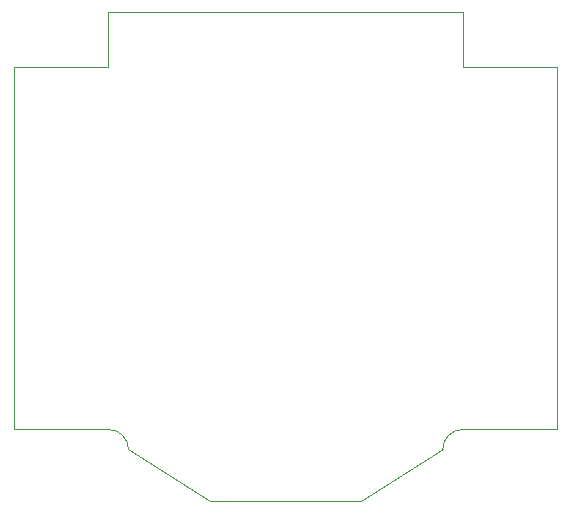
<source format=gbr>
G04 #@! TF.GenerationSoftware,KiCad,Pcbnew,7.0.8-7.0.8~ubuntu22.04.1*
G04 #@! TF.CreationDate,2023-10-27T20:54:45-04:00*
G04 #@! TF.ProjectId,osw,6f73772e-6b69-4636-9164-5f7063625858,4.0*
G04 #@! TF.SameCoordinates,Original*
G04 #@! TF.FileFunction,Profile,NP*
%FSLAX46Y46*%
G04 Gerber Fmt 4.6, Leading zero omitted, Abs format (unit mm)*
G04 Created by KiCad (PCBNEW 7.0.8-7.0.8~ubuntu22.04.1) date 2023-10-27 20:54:45*
%MOMM*%
%LPD*%
G01*
G04 APERTURE LIST*
G04 #@! TA.AperFunction,Profile*
%ADD10C,0.050000*%
G04 #@! TD*
G04 APERTURE END LIST*
D10*
X145000000Y-89200000D02*
X145000000Y-93800000D01*
X175000000Y-89200000D02*
X175000000Y-93800000D01*
X173299998Y-126199999D02*
X166400000Y-130600000D01*
X153600000Y-130600000D02*
X146700000Y-126200002D01*
X175000000Y-124499998D02*
G75*
G03*
X173299998Y-126199999I0J-1700002D01*
G01*
X183000000Y-124500000D02*
X175000000Y-124500000D01*
X166400000Y-130600000D02*
X153600000Y-130600000D01*
X175000000Y-89200000D02*
X145000000Y-89200000D01*
X137000000Y-93800000D02*
X137000000Y-124500000D01*
X137000000Y-93800000D02*
X145000000Y-93800000D01*
X137000000Y-124500000D02*
X145000000Y-124500000D01*
X183000000Y-93800000D02*
X175000000Y-93800000D01*
X146700000Y-126200002D02*
G75*
G03*
X145000000Y-124500000I-1700000J2D01*
G01*
X183000000Y-93800000D02*
X183000000Y-124500000D01*
M02*

</source>
